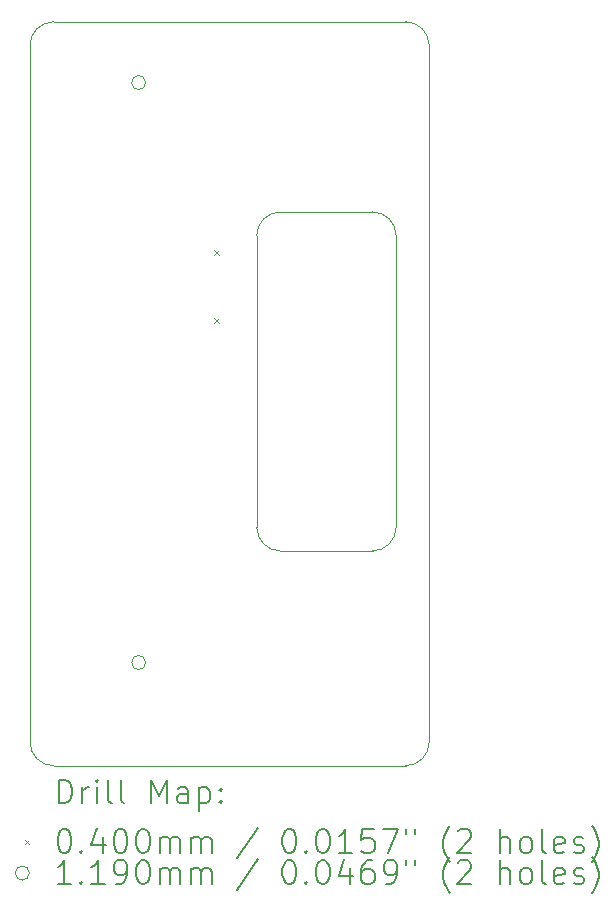
<source format=gbr>
%TF.GenerationSoftware,KiCad,Pcbnew,7.0.1*%
%TF.CreationDate,2024-04-03T13:53:12+02:00*%
%TF.ProjectId,filament,66696c61-6d65-46e7-942e-6b696361645f,rev?*%
%TF.SameCoordinates,Original*%
%TF.FileFunction,Drillmap*%
%TF.FilePolarity,Positive*%
%FSLAX45Y45*%
G04 Gerber Fmt 4.5, Leading zero omitted, Abs format (unit mm)*
G04 Created by KiCad (PCBNEW 7.0.1) date 2024-04-03 13:53:12*
%MOMM*%
%LPD*%
G01*
G04 APERTURE LIST*
%ADD10C,0.100000*%
%ADD11C,0.200000*%
%ADD12C,0.040000*%
%ADD13C,0.119000*%
G04 APERTURE END LIST*
D10*
X15020000Y-11190000D02*
G75*
G03*
X15220000Y-10990000I0J200000D01*
G01*
X12320000Y-6710000D02*
G75*
G03*
X12120000Y-6910000I0J-200000D01*
G01*
X14040000Y-10990000D02*
G75*
G03*
X14240000Y-11190000I200000J0D01*
G01*
X14040000Y-10990000D02*
X14040000Y-8520000D01*
X15020000Y-11190000D02*
X14240000Y-11190000D01*
X15500000Y-6910000D02*
G75*
G03*
X15300000Y-6710000I-200000J0D01*
G01*
X15300000Y-13008579D02*
G75*
G03*
X15500000Y-12808579I0J200000D01*
G01*
X14240000Y-8320000D02*
G75*
G03*
X14040000Y-8520000I0J-200000D01*
G01*
X14240000Y-8320000D02*
X15020000Y-8320000D01*
X12120000Y-12808579D02*
X12120000Y-6910000D01*
X15220000Y-8520000D02*
G75*
G03*
X15020000Y-8320000I-200000J0D01*
G01*
X15220000Y-8520000D02*
X15220000Y-10990000D01*
X12120000Y-12808579D02*
G75*
G03*
X12320000Y-13008579I200000J0D01*
G01*
X12320000Y-6710000D02*
X15300000Y-6710000D01*
X15300000Y-13008579D02*
X12320000Y-13008579D01*
X15500000Y-6910000D02*
X15500000Y-12808579D01*
D11*
D12*
X13680000Y-9220000D02*
X13720000Y-9260000D01*
X13720000Y-9220000D02*
X13680000Y-9260000D01*
X13680050Y-8640679D02*
X13720050Y-8680679D01*
X13720050Y-8640679D02*
X13680050Y-8680679D01*
D13*
X13099500Y-7225000D02*
G75*
G03*
X13099500Y-7225000I-59500J0D01*
G01*
X13099500Y-12135000D02*
G75*
G03*
X13099500Y-12135000I-59500J0D01*
G01*
D11*
X12362619Y-13326102D02*
X12362619Y-13126102D01*
X12362619Y-13126102D02*
X12410238Y-13126102D01*
X12410238Y-13126102D02*
X12438809Y-13135626D01*
X12438809Y-13135626D02*
X12457857Y-13154674D01*
X12457857Y-13154674D02*
X12467381Y-13173721D01*
X12467381Y-13173721D02*
X12476905Y-13211817D01*
X12476905Y-13211817D02*
X12476905Y-13240388D01*
X12476905Y-13240388D02*
X12467381Y-13278483D01*
X12467381Y-13278483D02*
X12457857Y-13297531D01*
X12457857Y-13297531D02*
X12438809Y-13316579D01*
X12438809Y-13316579D02*
X12410238Y-13326102D01*
X12410238Y-13326102D02*
X12362619Y-13326102D01*
X12562619Y-13326102D02*
X12562619Y-13192769D01*
X12562619Y-13230864D02*
X12572143Y-13211817D01*
X12572143Y-13211817D02*
X12581667Y-13202293D01*
X12581667Y-13202293D02*
X12600714Y-13192769D01*
X12600714Y-13192769D02*
X12619762Y-13192769D01*
X12686428Y-13326102D02*
X12686428Y-13192769D01*
X12686428Y-13126102D02*
X12676905Y-13135626D01*
X12676905Y-13135626D02*
X12686428Y-13145150D01*
X12686428Y-13145150D02*
X12695952Y-13135626D01*
X12695952Y-13135626D02*
X12686428Y-13126102D01*
X12686428Y-13126102D02*
X12686428Y-13145150D01*
X12810238Y-13326102D02*
X12791190Y-13316579D01*
X12791190Y-13316579D02*
X12781667Y-13297531D01*
X12781667Y-13297531D02*
X12781667Y-13126102D01*
X12915000Y-13326102D02*
X12895952Y-13316579D01*
X12895952Y-13316579D02*
X12886428Y-13297531D01*
X12886428Y-13297531D02*
X12886428Y-13126102D01*
X13143571Y-13326102D02*
X13143571Y-13126102D01*
X13143571Y-13126102D02*
X13210238Y-13268959D01*
X13210238Y-13268959D02*
X13276905Y-13126102D01*
X13276905Y-13126102D02*
X13276905Y-13326102D01*
X13457857Y-13326102D02*
X13457857Y-13221340D01*
X13457857Y-13221340D02*
X13448333Y-13202293D01*
X13448333Y-13202293D02*
X13429286Y-13192769D01*
X13429286Y-13192769D02*
X13391190Y-13192769D01*
X13391190Y-13192769D02*
X13372143Y-13202293D01*
X13457857Y-13316579D02*
X13438809Y-13326102D01*
X13438809Y-13326102D02*
X13391190Y-13326102D01*
X13391190Y-13326102D02*
X13372143Y-13316579D01*
X13372143Y-13316579D02*
X13362619Y-13297531D01*
X13362619Y-13297531D02*
X13362619Y-13278483D01*
X13362619Y-13278483D02*
X13372143Y-13259436D01*
X13372143Y-13259436D02*
X13391190Y-13249912D01*
X13391190Y-13249912D02*
X13438809Y-13249912D01*
X13438809Y-13249912D02*
X13457857Y-13240388D01*
X13553095Y-13192769D02*
X13553095Y-13392769D01*
X13553095Y-13202293D02*
X13572143Y-13192769D01*
X13572143Y-13192769D02*
X13610238Y-13192769D01*
X13610238Y-13192769D02*
X13629286Y-13202293D01*
X13629286Y-13202293D02*
X13638809Y-13211817D01*
X13638809Y-13211817D02*
X13648333Y-13230864D01*
X13648333Y-13230864D02*
X13648333Y-13288007D01*
X13648333Y-13288007D02*
X13638809Y-13307055D01*
X13638809Y-13307055D02*
X13629286Y-13316579D01*
X13629286Y-13316579D02*
X13610238Y-13326102D01*
X13610238Y-13326102D02*
X13572143Y-13326102D01*
X13572143Y-13326102D02*
X13553095Y-13316579D01*
X13734048Y-13307055D02*
X13743571Y-13316579D01*
X13743571Y-13316579D02*
X13734048Y-13326102D01*
X13734048Y-13326102D02*
X13724524Y-13316579D01*
X13724524Y-13316579D02*
X13734048Y-13307055D01*
X13734048Y-13307055D02*
X13734048Y-13326102D01*
X13734048Y-13202293D02*
X13743571Y-13211817D01*
X13743571Y-13211817D02*
X13734048Y-13221340D01*
X13734048Y-13221340D02*
X13724524Y-13211817D01*
X13724524Y-13211817D02*
X13734048Y-13202293D01*
X13734048Y-13202293D02*
X13734048Y-13221340D01*
D12*
X12075000Y-13633579D02*
X12115000Y-13673579D01*
X12115000Y-13633579D02*
X12075000Y-13673579D01*
D11*
X12400714Y-13546102D02*
X12419762Y-13546102D01*
X12419762Y-13546102D02*
X12438809Y-13555626D01*
X12438809Y-13555626D02*
X12448333Y-13565150D01*
X12448333Y-13565150D02*
X12457857Y-13584198D01*
X12457857Y-13584198D02*
X12467381Y-13622293D01*
X12467381Y-13622293D02*
X12467381Y-13669912D01*
X12467381Y-13669912D02*
X12457857Y-13708007D01*
X12457857Y-13708007D02*
X12448333Y-13727055D01*
X12448333Y-13727055D02*
X12438809Y-13736579D01*
X12438809Y-13736579D02*
X12419762Y-13746102D01*
X12419762Y-13746102D02*
X12400714Y-13746102D01*
X12400714Y-13746102D02*
X12381667Y-13736579D01*
X12381667Y-13736579D02*
X12372143Y-13727055D01*
X12372143Y-13727055D02*
X12362619Y-13708007D01*
X12362619Y-13708007D02*
X12353095Y-13669912D01*
X12353095Y-13669912D02*
X12353095Y-13622293D01*
X12353095Y-13622293D02*
X12362619Y-13584198D01*
X12362619Y-13584198D02*
X12372143Y-13565150D01*
X12372143Y-13565150D02*
X12381667Y-13555626D01*
X12381667Y-13555626D02*
X12400714Y-13546102D01*
X12553095Y-13727055D02*
X12562619Y-13736579D01*
X12562619Y-13736579D02*
X12553095Y-13746102D01*
X12553095Y-13746102D02*
X12543571Y-13736579D01*
X12543571Y-13736579D02*
X12553095Y-13727055D01*
X12553095Y-13727055D02*
X12553095Y-13746102D01*
X12734048Y-13612769D02*
X12734048Y-13746102D01*
X12686428Y-13536579D02*
X12638809Y-13679436D01*
X12638809Y-13679436D02*
X12762619Y-13679436D01*
X12876905Y-13546102D02*
X12895952Y-13546102D01*
X12895952Y-13546102D02*
X12915000Y-13555626D01*
X12915000Y-13555626D02*
X12924524Y-13565150D01*
X12924524Y-13565150D02*
X12934048Y-13584198D01*
X12934048Y-13584198D02*
X12943571Y-13622293D01*
X12943571Y-13622293D02*
X12943571Y-13669912D01*
X12943571Y-13669912D02*
X12934048Y-13708007D01*
X12934048Y-13708007D02*
X12924524Y-13727055D01*
X12924524Y-13727055D02*
X12915000Y-13736579D01*
X12915000Y-13736579D02*
X12895952Y-13746102D01*
X12895952Y-13746102D02*
X12876905Y-13746102D01*
X12876905Y-13746102D02*
X12857857Y-13736579D01*
X12857857Y-13736579D02*
X12848333Y-13727055D01*
X12848333Y-13727055D02*
X12838809Y-13708007D01*
X12838809Y-13708007D02*
X12829286Y-13669912D01*
X12829286Y-13669912D02*
X12829286Y-13622293D01*
X12829286Y-13622293D02*
X12838809Y-13584198D01*
X12838809Y-13584198D02*
X12848333Y-13565150D01*
X12848333Y-13565150D02*
X12857857Y-13555626D01*
X12857857Y-13555626D02*
X12876905Y-13546102D01*
X13067381Y-13546102D02*
X13086429Y-13546102D01*
X13086429Y-13546102D02*
X13105476Y-13555626D01*
X13105476Y-13555626D02*
X13115000Y-13565150D01*
X13115000Y-13565150D02*
X13124524Y-13584198D01*
X13124524Y-13584198D02*
X13134048Y-13622293D01*
X13134048Y-13622293D02*
X13134048Y-13669912D01*
X13134048Y-13669912D02*
X13124524Y-13708007D01*
X13124524Y-13708007D02*
X13115000Y-13727055D01*
X13115000Y-13727055D02*
X13105476Y-13736579D01*
X13105476Y-13736579D02*
X13086429Y-13746102D01*
X13086429Y-13746102D02*
X13067381Y-13746102D01*
X13067381Y-13746102D02*
X13048333Y-13736579D01*
X13048333Y-13736579D02*
X13038809Y-13727055D01*
X13038809Y-13727055D02*
X13029286Y-13708007D01*
X13029286Y-13708007D02*
X13019762Y-13669912D01*
X13019762Y-13669912D02*
X13019762Y-13622293D01*
X13019762Y-13622293D02*
X13029286Y-13584198D01*
X13029286Y-13584198D02*
X13038809Y-13565150D01*
X13038809Y-13565150D02*
X13048333Y-13555626D01*
X13048333Y-13555626D02*
X13067381Y-13546102D01*
X13219762Y-13746102D02*
X13219762Y-13612769D01*
X13219762Y-13631817D02*
X13229286Y-13622293D01*
X13229286Y-13622293D02*
X13248333Y-13612769D01*
X13248333Y-13612769D02*
X13276905Y-13612769D01*
X13276905Y-13612769D02*
X13295952Y-13622293D01*
X13295952Y-13622293D02*
X13305476Y-13641340D01*
X13305476Y-13641340D02*
X13305476Y-13746102D01*
X13305476Y-13641340D02*
X13315000Y-13622293D01*
X13315000Y-13622293D02*
X13334048Y-13612769D01*
X13334048Y-13612769D02*
X13362619Y-13612769D01*
X13362619Y-13612769D02*
X13381667Y-13622293D01*
X13381667Y-13622293D02*
X13391190Y-13641340D01*
X13391190Y-13641340D02*
X13391190Y-13746102D01*
X13486429Y-13746102D02*
X13486429Y-13612769D01*
X13486429Y-13631817D02*
X13495952Y-13622293D01*
X13495952Y-13622293D02*
X13515000Y-13612769D01*
X13515000Y-13612769D02*
X13543571Y-13612769D01*
X13543571Y-13612769D02*
X13562619Y-13622293D01*
X13562619Y-13622293D02*
X13572143Y-13641340D01*
X13572143Y-13641340D02*
X13572143Y-13746102D01*
X13572143Y-13641340D02*
X13581667Y-13622293D01*
X13581667Y-13622293D02*
X13600714Y-13612769D01*
X13600714Y-13612769D02*
X13629286Y-13612769D01*
X13629286Y-13612769D02*
X13648333Y-13622293D01*
X13648333Y-13622293D02*
X13657857Y-13641340D01*
X13657857Y-13641340D02*
X13657857Y-13746102D01*
X14048333Y-13536579D02*
X13876905Y-13793721D01*
X14305476Y-13546102D02*
X14324524Y-13546102D01*
X14324524Y-13546102D02*
X14343572Y-13555626D01*
X14343572Y-13555626D02*
X14353095Y-13565150D01*
X14353095Y-13565150D02*
X14362619Y-13584198D01*
X14362619Y-13584198D02*
X14372143Y-13622293D01*
X14372143Y-13622293D02*
X14372143Y-13669912D01*
X14372143Y-13669912D02*
X14362619Y-13708007D01*
X14362619Y-13708007D02*
X14353095Y-13727055D01*
X14353095Y-13727055D02*
X14343572Y-13736579D01*
X14343572Y-13736579D02*
X14324524Y-13746102D01*
X14324524Y-13746102D02*
X14305476Y-13746102D01*
X14305476Y-13746102D02*
X14286429Y-13736579D01*
X14286429Y-13736579D02*
X14276905Y-13727055D01*
X14276905Y-13727055D02*
X14267381Y-13708007D01*
X14267381Y-13708007D02*
X14257857Y-13669912D01*
X14257857Y-13669912D02*
X14257857Y-13622293D01*
X14257857Y-13622293D02*
X14267381Y-13584198D01*
X14267381Y-13584198D02*
X14276905Y-13565150D01*
X14276905Y-13565150D02*
X14286429Y-13555626D01*
X14286429Y-13555626D02*
X14305476Y-13546102D01*
X14457857Y-13727055D02*
X14467381Y-13736579D01*
X14467381Y-13736579D02*
X14457857Y-13746102D01*
X14457857Y-13746102D02*
X14448333Y-13736579D01*
X14448333Y-13736579D02*
X14457857Y-13727055D01*
X14457857Y-13727055D02*
X14457857Y-13746102D01*
X14591191Y-13546102D02*
X14610238Y-13546102D01*
X14610238Y-13546102D02*
X14629286Y-13555626D01*
X14629286Y-13555626D02*
X14638810Y-13565150D01*
X14638810Y-13565150D02*
X14648333Y-13584198D01*
X14648333Y-13584198D02*
X14657857Y-13622293D01*
X14657857Y-13622293D02*
X14657857Y-13669912D01*
X14657857Y-13669912D02*
X14648333Y-13708007D01*
X14648333Y-13708007D02*
X14638810Y-13727055D01*
X14638810Y-13727055D02*
X14629286Y-13736579D01*
X14629286Y-13736579D02*
X14610238Y-13746102D01*
X14610238Y-13746102D02*
X14591191Y-13746102D01*
X14591191Y-13746102D02*
X14572143Y-13736579D01*
X14572143Y-13736579D02*
X14562619Y-13727055D01*
X14562619Y-13727055D02*
X14553095Y-13708007D01*
X14553095Y-13708007D02*
X14543572Y-13669912D01*
X14543572Y-13669912D02*
X14543572Y-13622293D01*
X14543572Y-13622293D02*
X14553095Y-13584198D01*
X14553095Y-13584198D02*
X14562619Y-13565150D01*
X14562619Y-13565150D02*
X14572143Y-13555626D01*
X14572143Y-13555626D02*
X14591191Y-13546102D01*
X14848333Y-13746102D02*
X14734048Y-13746102D01*
X14791191Y-13746102D02*
X14791191Y-13546102D01*
X14791191Y-13546102D02*
X14772143Y-13574674D01*
X14772143Y-13574674D02*
X14753095Y-13593721D01*
X14753095Y-13593721D02*
X14734048Y-13603245D01*
X15029286Y-13546102D02*
X14934048Y-13546102D01*
X14934048Y-13546102D02*
X14924524Y-13641340D01*
X14924524Y-13641340D02*
X14934048Y-13631817D01*
X14934048Y-13631817D02*
X14953095Y-13622293D01*
X14953095Y-13622293D02*
X15000714Y-13622293D01*
X15000714Y-13622293D02*
X15019762Y-13631817D01*
X15019762Y-13631817D02*
X15029286Y-13641340D01*
X15029286Y-13641340D02*
X15038810Y-13660388D01*
X15038810Y-13660388D02*
X15038810Y-13708007D01*
X15038810Y-13708007D02*
X15029286Y-13727055D01*
X15029286Y-13727055D02*
X15019762Y-13736579D01*
X15019762Y-13736579D02*
X15000714Y-13746102D01*
X15000714Y-13746102D02*
X14953095Y-13746102D01*
X14953095Y-13746102D02*
X14934048Y-13736579D01*
X14934048Y-13736579D02*
X14924524Y-13727055D01*
X15105476Y-13546102D02*
X15238810Y-13546102D01*
X15238810Y-13546102D02*
X15153095Y-13746102D01*
X15305476Y-13546102D02*
X15305476Y-13584198D01*
X15381667Y-13546102D02*
X15381667Y-13584198D01*
X15676905Y-13822293D02*
X15667381Y-13812769D01*
X15667381Y-13812769D02*
X15648334Y-13784198D01*
X15648334Y-13784198D02*
X15638810Y-13765150D01*
X15638810Y-13765150D02*
X15629286Y-13736579D01*
X15629286Y-13736579D02*
X15619762Y-13688959D01*
X15619762Y-13688959D02*
X15619762Y-13650864D01*
X15619762Y-13650864D02*
X15629286Y-13603245D01*
X15629286Y-13603245D02*
X15638810Y-13574674D01*
X15638810Y-13574674D02*
X15648334Y-13555626D01*
X15648334Y-13555626D02*
X15667381Y-13527055D01*
X15667381Y-13527055D02*
X15676905Y-13517531D01*
X15743572Y-13565150D02*
X15753095Y-13555626D01*
X15753095Y-13555626D02*
X15772143Y-13546102D01*
X15772143Y-13546102D02*
X15819762Y-13546102D01*
X15819762Y-13546102D02*
X15838810Y-13555626D01*
X15838810Y-13555626D02*
X15848334Y-13565150D01*
X15848334Y-13565150D02*
X15857857Y-13584198D01*
X15857857Y-13584198D02*
X15857857Y-13603245D01*
X15857857Y-13603245D02*
X15848334Y-13631817D01*
X15848334Y-13631817D02*
X15734048Y-13746102D01*
X15734048Y-13746102D02*
X15857857Y-13746102D01*
X16095953Y-13746102D02*
X16095953Y-13546102D01*
X16181667Y-13746102D02*
X16181667Y-13641340D01*
X16181667Y-13641340D02*
X16172143Y-13622293D01*
X16172143Y-13622293D02*
X16153096Y-13612769D01*
X16153096Y-13612769D02*
X16124524Y-13612769D01*
X16124524Y-13612769D02*
X16105476Y-13622293D01*
X16105476Y-13622293D02*
X16095953Y-13631817D01*
X16305476Y-13746102D02*
X16286429Y-13736579D01*
X16286429Y-13736579D02*
X16276905Y-13727055D01*
X16276905Y-13727055D02*
X16267381Y-13708007D01*
X16267381Y-13708007D02*
X16267381Y-13650864D01*
X16267381Y-13650864D02*
X16276905Y-13631817D01*
X16276905Y-13631817D02*
X16286429Y-13622293D01*
X16286429Y-13622293D02*
X16305476Y-13612769D01*
X16305476Y-13612769D02*
X16334048Y-13612769D01*
X16334048Y-13612769D02*
X16353096Y-13622293D01*
X16353096Y-13622293D02*
X16362619Y-13631817D01*
X16362619Y-13631817D02*
X16372143Y-13650864D01*
X16372143Y-13650864D02*
X16372143Y-13708007D01*
X16372143Y-13708007D02*
X16362619Y-13727055D01*
X16362619Y-13727055D02*
X16353096Y-13736579D01*
X16353096Y-13736579D02*
X16334048Y-13746102D01*
X16334048Y-13746102D02*
X16305476Y-13746102D01*
X16486429Y-13746102D02*
X16467381Y-13736579D01*
X16467381Y-13736579D02*
X16457857Y-13717531D01*
X16457857Y-13717531D02*
X16457857Y-13546102D01*
X16638810Y-13736579D02*
X16619762Y-13746102D01*
X16619762Y-13746102D02*
X16581667Y-13746102D01*
X16581667Y-13746102D02*
X16562619Y-13736579D01*
X16562619Y-13736579D02*
X16553096Y-13717531D01*
X16553096Y-13717531D02*
X16553096Y-13641340D01*
X16553096Y-13641340D02*
X16562619Y-13622293D01*
X16562619Y-13622293D02*
X16581667Y-13612769D01*
X16581667Y-13612769D02*
X16619762Y-13612769D01*
X16619762Y-13612769D02*
X16638810Y-13622293D01*
X16638810Y-13622293D02*
X16648334Y-13641340D01*
X16648334Y-13641340D02*
X16648334Y-13660388D01*
X16648334Y-13660388D02*
X16553096Y-13679436D01*
X16724524Y-13736579D02*
X16743572Y-13746102D01*
X16743572Y-13746102D02*
X16781667Y-13746102D01*
X16781667Y-13746102D02*
X16800715Y-13736579D01*
X16800715Y-13736579D02*
X16810239Y-13717531D01*
X16810239Y-13717531D02*
X16810239Y-13708007D01*
X16810239Y-13708007D02*
X16800715Y-13688959D01*
X16800715Y-13688959D02*
X16781667Y-13679436D01*
X16781667Y-13679436D02*
X16753096Y-13679436D01*
X16753096Y-13679436D02*
X16734048Y-13669912D01*
X16734048Y-13669912D02*
X16724524Y-13650864D01*
X16724524Y-13650864D02*
X16724524Y-13641340D01*
X16724524Y-13641340D02*
X16734048Y-13622293D01*
X16734048Y-13622293D02*
X16753096Y-13612769D01*
X16753096Y-13612769D02*
X16781667Y-13612769D01*
X16781667Y-13612769D02*
X16800715Y-13622293D01*
X16876905Y-13822293D02*
X16886429Y-13812769D01*
X16886429Y-13812769D02*
X16905477Y-13784198D01*
X16905477Y-13784198D02*
X16915000Y-13765150D01*
X16915000Y-13765150D02*
X16924524Y-13736579D01*
X16924524Y-13736579D02*
X16934048Y-13688959D01*
X16934048Y-13688959D02*
X16934048Y-13650864D01*
X16934048Y-13650864D02*
X16924524Y-13603245D01*
X16924524Y-13603245D02*
X16915000Y-13574674D01*
X16915000Y-13574674D02*
X16905477Y-13555626D01*
X16905477Y-13555626D02*
X16886429Y-13527055D01*
X16886429Y-13527055D02*
X16876905Y-13517531D01*
D13*
X12115000Y-13917579D02*
G75*
G03*
X12115000Y-13917579I-59500J0D01*
G01*
D11*
X12467381Y-14010102D02*
X12353095Y-14010102D01*
X12410238Y-14010102D02*
X12410238Y-13810102D01*
X12410238Y-13810102D02*
X12391190Y-13838674D01*
X12391190Y-13838674D02*
X12372143Y-13857721D01*
X12372143Y-13857721D02*
X12353095Y-13867245D01*
X12553095Y-13991055D02*
X12562619Y-14000579D01*
X12562619Y-14000579D02*
X12553095Y-14010102D01*
X12553095Y-14010102D02*
X12543571Y-14000579D01*
X12543571Y-14000579D02*
X12553095Y-13991055D01*
X12553095Y-13991055D02*
X12553095Y-14010102D01*
X12753095Y-14010102D02*
X12638809Y-14010102D01*
X12695952Y-14010102D02*
X12695952Y-13810102D01*
X12695952Y-13810102D02*
X12676905Y-13838674D01*
X12676905Y-13838674D02*
X12657857Y-13857721D01*
X12657857Y-13857721D02*
X12638809Y-13867245D01*
X12848333Y-14010102D02*
X12886428Y-14010102D01*
X12886428Y-14010102D02*
X12905476Y-14000579D01*
X12905476Y-14000579D02*
X12915000Y-13991055D01*
X12915000Y-13991055D02*
X12934048Y-13962483D01*
X12934048Y-13962483D02*
X12943571Y-13924388D01*
X12943571Y-13924388D02*
X12943571Y-13848198D01*
X12943571Y-13848198D02*
X12934048Y-13829150D01*
X12934048Y-13829150D02*
X12924524Y-13819626D01*
X12924524Y-13819626D02*
X12905476Y-13810102D01*
X12905476Y-13810102D02*
X12867381Y-13810102D01*
X12867381Y-13810102D02*
X12848333Y-13819626D01*
X12848333Y-13819626D02*
X12838809Y-13829150D01*
X12838809Y-13829150D02*
X12829286Y-13848198D01*
X12829286Y-13848198D02*
X12829286Y-13895817D01*
X12829286Y-13895817D02*
X12838809Y-13914864D01*
X12838809Y-13914864D02*
X12848333Y-13924388D01*
X12848333Y-13924388D02*
X12867381Y-13933912D01*
X12867381Y-13933912D02*
X12905476Y-13933912D01*
X12905476Y-13933912D02*
X12924524Y-13924388D01*
X12924524Y-13924388D02*
X12934048Y-13914864D01*
X12934048Y-13914864D02*
X12943571Y-13895817D01*
X13067381Y-13810102D02*
X13086429Y-13810102D01*
X13086429Y-13810102D02*
X13105476Y-13819626D01*
X13105476Y-13819626D02*
X13115000Y-13829150D01*
X13115000Y-13829150D02*
X13124524Y-13848198D01*
X13124524Y-13848198D02*
X13134048Y-13886293D01*
X13134048Y-13886293D02*
X13134048Y-13933912D01*
X13134048Y-13933912D02*
X13124524Y-13972007D01*
X13124524Y-13972007D02*
X13115000Y-13991055D01*
X13115000Y-13991055D02*
X13105476Y-14000579D01*
X13105476Y-14000579D02*
X13086429Y-14010102D01*
X13086429Y-14010102D02*
X13067381Y-14010102D01*
X13067381Y-14010102D02*
X13048333Y-14000579D01*
X13048333Y-14000579D02*
X13038809Y-13991055D01*
X13038809Y-13991055D02*
X13029286Y-13972007D01*
X13029286Y-13972007D02*
X13019762Y-13933912D01*
X13019762Y-13933912D02*
X13019762Y-13886293D01*
X13019762Y-13886293D02*
X13029286Y-13848198D01*
X13029286Y-13848198D02*
X13038809Y-13829150D01*
X13038809Y-13829150D02*
X13048333Y-13819626D01*
X13048333Y-13819626D02*
X13067381Y-13810102D01*
X13219762Y-14010102D02*
X13219762Y-13876769D01*
X13219762Y-13895817D02*
X13229286Y-13886293D01*
X13229286Y-13886293D02*
X13248333Y-13876769D01*
X13248333Y-13876769D02*
X13276905Y-13876769D01*
X13276905Y-13876769D02*
X13295952Y-13886293D01*
X13295952Y-13886293D02*
X13305476Y-13905340D01*
X13305476Y-13905340D02*
X13305476Y-14010102D01*
X13305476Y-13905340D02*
X13315000Y-13886293D01*
X13315000Y-13886293D02*
X13334048Y-13876769D01*
X13334048Y-13876769D02*
X13362619Y-13876769D01*
X13362619Y-13876769D02*
X13381667Y-13886293D01*
X13381667Y-13886293D02*
X13391190Y-13905340D01*
X13391190Y-13905340D02*
X13391190Y-14010102D01*
X13486429Y-14010102D02*
X13486429Y-13876769D01*
X13486429Y-13895817D02*
X13495952Y-13886293D01*
X13495952Y-13886293D02*
X13515000Y-13876769D01*
X13515000Y-13876769D02*
X13543571Y-13876769D01*
X13543571Y-13876769D02*
X13562619Y-13886293D01*
X13562619Y-13886293D02*
X13572143Y-13905340D01*
X13572143Y-13905340D02*
X13572143Y-14010102D01*
X13572143Y-13905340D02*
X13581667Y-13886293D01*
X13581667Y-13886293D02*
X13600714Y-13876769D01*
X13600714Y-13876769D02*
X13629286Y-13876769D01*
X13629286Y-13876769D02*
X13648333Y-13886293D01*
X13648333Y-13886293D02*
X13657857Y-13905340D01*
X13657857Y-13905340D02*
X13657857Y-14010102D01*
X14048333Y-13800579D02*
X13876905Y-14057721D01*
X14305476Y-13810102D02*
X14324524Y-13810102D01*
X14324524Y-13810102D02*
X14343572Y-13819626D01*
X14343572Y-13819626D02*
X14353095Y-13829150D01*
X14353095Y-13829150D02*
X14362619Y-13848198D01*
X14362619Y-13848198D02*
X14372143Y-13886293D01*
X14372143Y-13886293D02*
X14372143Y-13933912D01*
X14372143Y-13933912D02*
X14362619Y-13972007D01*
X14362619Y-13972007D02*
X14353095Y-13991055D01*
X14353095Y-13991055D02*
X14343572Y-14000579D01*
X14343572Y-14000579D02*
X14324524Y-14010102D01*
X14324524Y-14010102D02*
X14305476Y-14010102D01*
X14305476Y-14010102D02*
X14286429Y-14000579D01*
X14286429Y-14000579D02*
X14276905Y-13991055D01*
X14276905Y-13991055D02*
X14267381Y-13972007D01*
X14267381Y-13972007D02*
X14257857Y-13933912D01*
X14257857Y-13933912D02*
X14257857Y-13886293D01*
X14257857Y-13886293D02*
X14267381Y-13848198D01*
X14267381Y-13848198D02*
X14276905Y-13829150D01*
X14276905Y-13829150D02*
X14286429Y-13819626D01*
X14286429Y-13819626D02*
X14305476Y-13810102D01*
X14457857Y-13991055D02*
X14467381Y-14000579D01*
X14467381Y-14000579D02*
X14457857Y-14010102D01*
X14457857Y-14010102D02*
X14448333Y-14000579D01*
X14448333Y-14000579D02*
X14457857Y-13991055D01*
X14457857Y-13991055D02*
X14457857Y-14010102D01*
X14591191Y-13810102D02*
X14610238Y-13810102D01*
X14610238Y-13810102D02*
X14629286Y-13819626D01*
X14629286Y-13819626D02*
X14638810Y-13829150D01*
X14638810Y-13829150D02*
X14648333Y-13848198D01*
X14648333Y-13848198D02*
X14657857Y-13886293D01*
X14657857Y-13886293D02*
X14657857Y-13933912D01*
X14657857Y-13933912D02*
X14648333Y-13972007D01*
X14648333Y-13972007D02*
X14638810Y-13991055D01*
X14638810Y-13991055D02*
X14629286Y-14000579D01*
X14629286Y-14000579D02*
X14610238Y-14010102D01*
X14610238Y-14010102D02*
X14591191Y-14010102D01*
X14591191Y-14010102D02*
X14572143Y-14000579D01*
X14572143Y-14000579D02*
X14562619Y-13991055D01*
X14562619Y-13991055D02*
X14553095Y-13972007D01*
X14553095Y-13972007D02*
X14543572Y-13933912D01*
X14543572Y-13933912D02*
X14543572Y-13886293D01*
X14543572Y-13886293D02*
X14553095Y-13848198D01*
X14553095Y-13848198D02*
X14562619Y-13829150D01*
X14562619Y-13829150D02*
X14572143Y-13819626D01*
X14572143Y-13819626D02*
X14591191Y-13810102D01*
X14829286Y-13876769D02*
X14829286Y-14010102D01*
X14781667Y-13800579D02*
X14734048Y-13943436D01*
X14734048Y-13943436D02*
X14857857Y-13943436D01*
X15019762Y-13810102D02*
X14981667Y-13810102D01*
X14981667Y-13810102D02*
X14962619Y-13819626D01*
X14962619Y-13819626D02*
X14953095Y-13829150D01*
X14953095Y-13829150D02*
X14934048Y-13857721D01*
X14934048Y-13857721D02*
X14924524Y-13895817D01*
X14924524Y-13895817D02*
X14924524Y-13972007D01*
X14924524Y-13972007D02*
X14934048Y-13991055D01*
X14934048Y-13991055D02*
X14943572Y-14000579D01*
X14943572Y-14000579D02*
X14962619Y-14010102D01*
X14962619Y-14010102D02*
X15000714Y-14010102D01*
X15000714Y-14010102D02*
X15019762Y-14000579D01*
X15019762Y-14000579D02*
X15029286Y-13991055D01*
X15029286Y-13991055D02*
X15038810Y-13972007D01*
X15038810Y-13972007D02*
X15038810Y-13924388D01*
X15038810Y-13924388D02*
X15029286Y-13905340D01*
X15029286Y-13905340D02*
X15019762Y-13895817D01*
X15019762Y-13895817D02*
X15000714Y-13886293D01*
X15000714Y-13886293D02*
X14962619Y-13886293D01*
X14962619Y-13886293D02*
X14943572Y-13895817D01*
X14943572Y-13895817D02*
X14934048Y-13905340D01*
X14934048Y-13905340D02*
X14924524Y-13924388D01*
X15134048Y-14010102D02*
X15172143Y-14010102D01*
X15172143Y-14010102D02*
X15191191Y-14000579D01*
X15191191Y-14000579D02*
X15200714Y-13991055D01*
X15200714Y-13991055D02*
X15219762Y-13962483D01*
X15219762Y-13962483D02*
X15229286Y-13924388D01*
X15229286Y-13924388D02*
X15229286Y-13848198D01*
X15229286Y-13848198D02*
X15219762Y-13829150D01*
X15219762Y-13829150D02*
X15210238Y-13819626D01*
X15210238Y-13819626D02*
X15191191Y-13810102D01*
X15191191Y-13810102D02*
X15153095Y-13810102D01*
X15153095Y-13810102D02*
X15134048Y-13819626D01*
X15134048Y-13819626D02*
X15124524Y-13829150D01*
X15124524Y-13829150D02*
X15115000Y-13848198D01*
X15115000Y-13848198D02*
X15115000Y-13895817D01*
X15115000Y-13895817D02*
X15124524Y-13914864D01*
X15124524Y-13914864D02*
X15134048Y-13924388D01*
X15134048Y-13924388D02*
X15153095Y-13933912D01*
X15153095Y-13933912D02*
X15191191Y-13933912D01*
X15191191Y-13933912D02*
X15210238Y-13924388D01*
X15210238Y-13924388D02*
X15219762Y-13914864D01*
X15219762Y-13914864D02*
X15229286Y-13895817D01*
X15305476Y-13810102D02*
X15305476Y-13848198D01*
X15381667Y-13810102D02*
X15381667Y-13848198D01*
X15676905Y-14086293D02*
X15667381Y-14076769D01*
X15667381Y-14076769D02*
X15648334Y-14048198D01*
X15648334Y-14048198D02*
X15638810Y-14029150D01*
X15638810Y-14029150D02*
X15629286Y-14000579D01*
X15629286Y-14000579D02*
X15619762Y-13952959D01*
X15619762Y-13952959D02*
X15619762Y-13914864D01*
X15619762Y-13914864D02*
X15629286Y-13867245D01*
X15629286Y-13867245D02*
X15638810Y-13838674D01*
X15638810Y-13838674D02*
X15648334Y-13819626D01*
X15648334Y-13819626D02*
X15667381Y-13791055D01*
X15667381Y-13791055D02*
X15676905Y-13781531D01*
X15743572Y-13829150D02*
X15753095Y-13819626D01*
X15753095Y-13819626D02*
X15772143Y-13810102D01*
X15772143Y-13810102D02*
X15819762Y-13810102D01*
X15819762Y-13810102D02*
X15838810Y-13819626D01*
X15838810Y-13819626D02*
X15848334Y-13829150D01*
X15848334Y-13829150D02*
X15857857Y-13848198D01*
X15857857Y-13848198D02*
X15857857Y-13867245D01*
X15857857Y-13867245D02*
X15848334Y-13895817D01*
X15848334Y-13895817D02*
X15734048Y-14010102D01*
X15734048Y-14010102D02*
X15857857Y-14010102D01*
X16095953Y-14010102D02*
X16095953Y-13810102D01*
X16181667Y-14010102D02*
X16181667Y-13905340D01*
X16181667Y-13905340D02*
X16172143Y-13886293D01*
X16172143Y-13886293D02*
X16153096Y-13876769D01*
X16153096Y-13876769D02*
X16124524Y-13876769D01*
X16124524Y-13876769D02*
X16105476Y-13886293D01*
X16105476Y-13886293D02*
X16095953Y-13895817D01*
X16305476Y-14010102D02*
X16286429Y-14000579D01*
X16286429Y-14000579D02*
X16276905Y-13991055D01*
X16276905Y-13991055D02*
X16267381Y-13972007D01*
X16267381Y-13972007D02*
X16267381Y-13914864D01*
X16267381Y-13914864D02*
X16276905Y-13895817D01*
X16276905Y-13895817D02*
X16286429Y-13886293D01*
X16286429Y-13886293D02*
X16305476Y-13876769D01*
X16305476Y-13876769D02*
X16334048Y-13876769D01*
X16334048Y-13876769D02*
X16353096Y-13886293D01*
X16353096Y-13886293D02*
X16362619Y-13895817D01*
X16362619Y-13895817D02*
X16372143Y-13914864D01*
X16372143Y-13914864D02*
X16372143Y-13972007D01*
X16372143Y-13972007D02*
X16362619Y-13991055D01*
X16362619Y-13991055D02*
X16353096Y-14000579D01*
X16353096Y-14000579D02*
X16334048Y-14010102D01*
X16334048Y-14010102D02*
X16305476Y-14010102D01*
X16486429Y-14010102D02*
X16467381Y-14000579D01*
X16467381Y-14000579D02*
X16457857Y-13981531D01*
X16457857Y-13981531D02*
X16457857Y-13810102D01*
X16638810Y-14000579D02*
X16619762Y-14010102D01*
X16619762Y-14010102D02*
X16581667Y-14010102D01*
X16581667Y-14010102D02*
X16562619Y-14000579D01*
X16562619Y-14000579D02*
X16553096Y-13981531D01*
X16553096Y-13981531D02*
X16553096Y-13905340D01*
X16553096Y-13905340D02*
X16562619Y-13886293D01*
X16562619Y-13886293D02*
X16581667Y-13876769D01*
X16581667Y-13876769D02*
X16619762Y-13876769D01*
X16619762Y-13876769D02*
X16638810Y-13886293D01*
X16638810Y-13886293D02*
X16648334Y-13905340D01*
X16648334Y-13905340D02*
X16648334Y-13924388D01*
X16648334Y-13924388D02*
X16553096Y-13943436D01*
X16724524Y-14000579D02*
X16743572Y-14010102D01*
X16743572Y-14010102D02*
X16781667Y-14010102D01*
X16781667Y-14010102D02*
X16800715Y-14000579D01*
X16800715Y-14000579D02*
X16810239Y-13981531D01*
X16810239Y-13981531D02*
X16810239Y-13972007D01*
X16810239Y-13972007D02*
X16800715Y-13952959D01*
X16800715Y-13952959D02*
X16781667Y-13943436D01*
X16781667Y-13943436D02*
X16753096Y-13943436D01*
X16753096Y-13943436D02*
X16734048Y-13933912D01*
X16734048Y-13933912D02*
X16724524Y-13914864D01*
X16724524Y-13914864D02*
X16724524Y-13905340D01*
X16724524Y-13905340D02*
X16734048Y-13886293D01*
X16734048Y-13886293D02*
X16753096Y-13876769D01*
X16753096Y-13876769D02*
X16781667Y-13876769D01*
X16781667Y-13876769D02*
X16800715Y-13886293D01*
X16876905Y-14086293D02*
X16886429Y-14076769D01*
X16886429Y-14076769D02*
X16905477Y-14048198D01*
X16905477Y-14048198D02*
X16915000Y-14029150D01*
X16915000Y-14029150D02*
X16924524Y-14000579D01*
X16924524Y-14000579D02*
X16934048Y-13952959D01*
X16934048Y-13952959D02*
X16934048Y-13914864D01*
X16934048Y-13914864D02*
X16924524Y-13867245D01*
X16924524Y-13867245D02*
X16915000Y-13838674D01*
X16915000Y-13838674D02*
X16905477Y-13819626D01*
X16905477Y-13819626D02*
X16886429Y-13791055D01*
X16886429Y-13791055D02*
X16876905Y-13781531D01*
M02*

</source>
